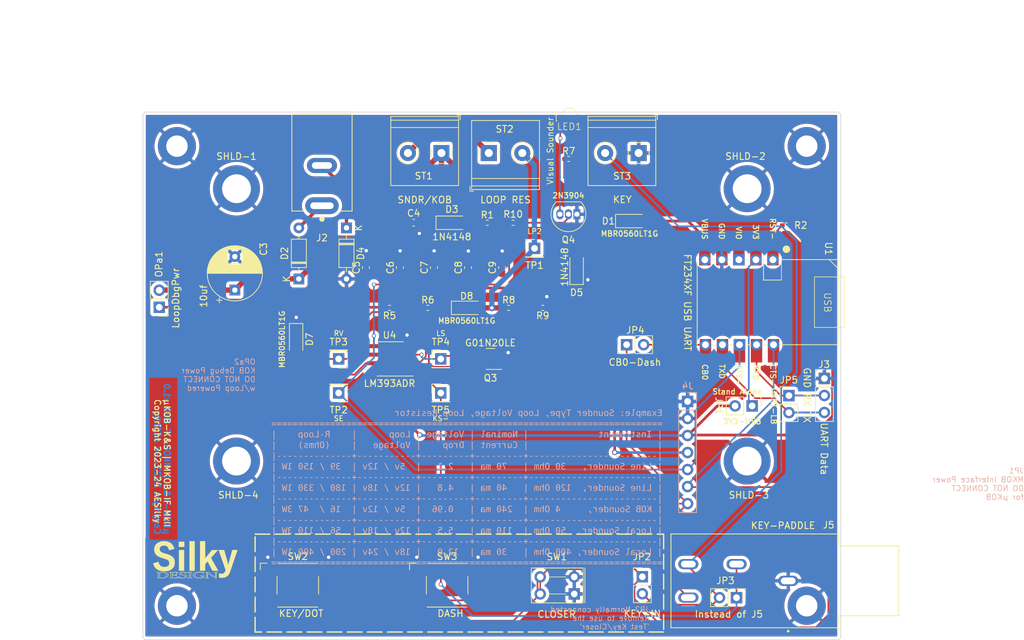
<source format=kicad_pcb>
(kicad_pcb (version 20221018) (generator pcbnew)
  (title_block (title "MuKOB-Key & Sounder Interface, MKOB4 USB Interface") (date "2024-01-12") (rev "1.0") (company "Silky Design AES") (comment 1 "Copyright AESilky 2023-24"))
  (layers (0 "F.Cu" mixed) (31 "B.Cu" mixed) (34 "B.Paste" user) (35 "F.Paste" user) (36 "B.SilkS" user "B.Silkscreen") (37 "F.SilkS" user "F.Silkscreen") (38 "B.Mask" user) (39 "F.Mask" user) (44 "Edge.Cuts" user))
  (net 0 "")
  (net 1 "GND")
  (net 2 "/LOOP_PWR")
  (net 3 "Net-(D3-A)")
  (net 4 "+5V")
  (net 5 "/LPI+")
  (net 6 "/LPI-")
  (net 7 "/LP2")
  (net 8 "/V3.3I")
  (net 9 "/OFFSET_REF_V")
  (net 10 "Net-(D8-K)")
  (net 11 "/LOOP_STATE")
  (net 12 "/RESET-")
  (net 13 "/LP1")
  (net 14 "/RXD")
  (net 15 "/TXD")
  (net 16 "+3.3V")
  (net 17 "/SNDR_EN")
  (net 18 "/KEY_PDL-")
  (net 19 "/PDL_DASH-")
  (net 20 "/KOB_KEY-")
  (net 21 "Net-(LED1-K)")
  (net 22 "Net-(LED1-A)")
  (net 24 "/SNDR_EN-")
  (net 25 "Net-(Q4-B)")
  (net 26 "/KEY_PDL_DOT-")
  (net 27 "/V5I")
  (net 28 "/CB0")
  (footprint "Diode_SMD:D_SOD-123" (layer "F.Cu") (at 79.0194 127.4328 -90)
    (fp_text reference "D7")
    (fp_text value "MBR0560LT1G")
  )
  (footprint "Capacitor_SMD:C_0603_1608Metric_Pad1.08x0.95mm_HandSolder" (layer "F.Cu") (at 99.5944 116.7253 90)
    (fp_text reference "C7")
    (fp_text value "0.1u")
  )
  (footprint "Connector_PinHeader_2.54mm:PinHeader_1x01_P2.54mm_Vertical" (layer "F.Cu") (at 100.6094 135.4328)
    (fp_text reference "TP5")
    (fp_text value "KS-")
  )
  (footprint "Connector_PinHeader_2.54mm:PinHeader_1x03_P2.54mm_Vertical" (layer "F.Cu") (at 157.857 133.268)
    (fp_text reference "J3")
    (fp_text value "UART Data")
  )
  (footprint "Capacitor_SMD:C_0603_1608Metric_Pad1.08x0.95mm_HandSolder" (layer "F.Cu") (at 89.4344 116.7253 90)
    (fp_text reference "C5")
    (fp_text value "0.1u")
  )
  (footprint "MountingHole:MountingHole_3.2mm_M3_ISO7380_Pad_TopBottom" (layer "F.Cu") (at 61.2394 167.1828)
    (fp_text reference "M_KSI4" hide)
    (fp_text value "MountingHole_Pad")
  )
  (footprint "Diode_SMD:D_SOD-123" (layer "F.Cu") (at 102.2594 110.0328)
    (fp_text reference "D3")
    (fp_text value "1N4148")
  )
  (footprint "Connector_PinHeader_2.54mm:PinHeader_1x02_P2.54mm_Vertical" (layer "F.Cu") (at 144.742 165.979 -90)
    (fp_text reference "JP3")
    (fp_text value "Key Jack NP" hide)
  )
  (footprint "Diode_SMD:D_SOD-123" (layer "F.Cu") (at 129.057 109.782)
    (fp_text reference "D1")
    (fp_text value "MBR0560LT1G")
  )
  (footprint "TerminalBlock_Philmore:TerminalBlock_Philmore_TB132_1x02_P5.00mm_Horizontal" (layer "F.Cu") (at 100.7094 99.6278 180)
    (fp_text reference "ST1")
    (fp_text value "SNDR/KOB")
  )
  (footprint "AES_Library:AES-CUI_SJ-63063B-audio-jack" (layer "F.Cu") (at 152.453 163.472 180)
    (fp_text reference "J5")
    (fp_text value "KEY-PADDLE")
  )
  (footprint "Resistor_SMD:R_0402_1005Metric_Pad0.72x0.64mm_HandSolder" (layer "F.Cu") (at 115.8244 122.7328 180)
    (fp_text reference "R9")
    (fp_text value "DNP")
  )
  (footprint "Capacitor_SMD:C_0603_1608Metric_Pad1.08x0.95mm_HandSolder" (layer "F.Cu") (at 96.5694 110.0328)
    (fp_text reference "C4")
    (fp_text value "0.1u")
  )
  (footprint "Diode_SMD:D_SOD-123" (layer "F.Cu") (at 104.5494 122.7328)
    (fp_text reference "D8")
    (fp_text value "MBR0560LT1G")
  )
  (footprint "AES_Library:AES-FTDI-UMFT234XF" (layer "F.Cu") (at 150.266 121.884 -90)
    (fp_text reference "U1")
    (fp_text value "FT234XF_USB_UART_Module" hide)
  )
  (footprint "Connector_PinHeader_2.54mm:PinHeader_1x01_P2.54mm_Vertical" (layer "F.Cu") (at 114.599 113.854)
    (fp_text reference "TP1")
    (fp_text value "LP2")
  )
  (footprint "AES_Library:AES-LED_SMD_SIDEVIEW_Harvatek" (layer "F.Cu") (at 119.7864 93.8888 90)
    (fp_text reference "LED1")
    (fp_text value "SNDR")
  )
  (footprint "Resistor_SMD:R_0402_1005Metric_Pad0.72x0.64mm_HandSolder" (layer "F.Cu") (at 152.17 110.434)
    (fp_text reference "R2")
    (fp_text value "20k")
  )
  (footprint "Connector_PinHeader_2.54mm:PinHeader_1x02_P2.54mm_Vertical" (layer "F.Cu") (at 58.593 122.644 180)
    (fp_text reference "OPa1")
    (fp_text value "LoopDbgPwr")
  )
  (footprint "Resistor_SMD:R_0402_1005Metric_Pad0.72x0.64mm_HandSolder" (layer "F.Cu") (at 107.5569 110.0328)
    (fp_text reference "R1")
    (fp_text value "3.3k")
  )
  (footprint "Connector_PinHeader_2.54mm:PinHeader_1x01_P2.54mm_Vertical" (layer "F.Cu") (at 85.3694 135.4328 180)
    (fp_text reference "TP2")
    (fp_text value "SE")
  )
  (footprint "Resistor_SMD:R_0402_1005Metric_Pad0.72x0.64mm_HandSolder" (layer "F.Cu") (at 111.4044 110.0328)
    (fp_text reference "R10")
    (fp_text value "1k")
  )
  (footprint "MountingHole:MountingHole_3.2mm_M3_ISO7380_Pad_TopBottom" (layer "F.Cu") (at 61.2394 98.6028)
    (fp_text reference "M_KSI1" hide)
    (fp_text value "MountingHole_Pad")
  )
  (footprint "Connector_PinHeader_2.54mm:PinHeader_1x01_P2.54mm_Vertical" (layer "F.Cu") (at 100.6094 130.3528)
    (fp_text reference "TP4")
    (fp_text value "LS")
  )
  (footprint "Resistor_SMD:R_0402_1005Metric_Pad0.72x0.64mm_HandSolder" (layer "F.Cu") (at 110.7444 122.7328)
    (fp_text reference "R8")
    (fp_text value "20k")
  )
  (footprint "TerminalBlock_Philmore:TerminalBlock_Philmore_TB132_1x02_P5.00mm_Horizontal" (layer "F.Cu") (at 130.138 99.6278 180)
    (fp_text reference "ST3")
    (fp_text value "KEY")
  )
  (footprint "Capacitor_THT:CP_Radial_D8.0mm_P5.00mm" (layer "F.Cu") (at 69.8754 120.080851 90)
    (fp_text reference "C3")
    (fp_text value "10uf")
  )
  (footprint "Diode_THT:D_DO-35_SOD27_P7.62mm_Horizontal" (layer "F.Cu") (at 86.5378 110.7948 -90)
    (fp_text reference "D4")
    (fp_text value "1N4148")
  )
  (footprint "AES_Library:SILKY-DESIGN-logo-0_50-AES" (layer "F.Cu") (at 64.0334 160.3248)
    (fp_text reference "G1" hide)
    (fp_text value "LOGO" hide)
  )
  (footprint "Resistor_SMD:R_0402_1005Metric_Pad0.72x0.64mm_HandSolder" (layer "F.Cu") (at 119.6969 100.5078)
    (fp_text reference "R7")
    (fp_text value "100")
  )
  (footprint "MountingHole:MountingHole_4.3mm_M4_ISO14580_Pad_TopBottom" (layer "F.Cu") (at 70.1294 104.9528)
    (fp_text reference "SHLD-1")
    (fp_text value "MountingHole_Pad" hide)
  )
  (footprint "MountingHole:MountingHole_4.3mm_M4_ISO14580_Pad_TopBottom" (layer "F.Cu") (at 146.3294 104.9528)
    (fp_text reference "SHLD-2")
    (fp_text value "MountingHole_Pad" hide)
  )
  (footprint "AES_Library:AES-SW-TGL-Micro-DPST-CIT" (layer "F.Cu") (at 120.5284 165.4248 -90)
    (fp_text reference "SW1")
    (fp_text value "CLOSER")
  )
  (footprint "Connector_PinHeader_2.54mm:PinHeader_1x02_P2.54mm_Vertical" (layer "F.Cu") (at 130.6884 162.8598)
    (fp_text reference "JP2")
    (fp_text value "KEY-IN")
  )
  (footprint "Connector_PinHeader_2.54mm:PinHeader_1x02_P2.54mm_Vertical" (layer "F.Cu") (at 147.069 137.366 -90)
    (fp_text reference "JP1")
    (fp_text value "3V3-USB")
  )
  (footprint "AES_Library:AES-CUI_PJ-037B" (layer "F.Cu") (at 82.8802 107.4891 90)
    (fp_text reference "J2")
    (fp_text value "LOOP PWR" hide)
  )
  (footprint "AES_Library:AES-SW_PUSH_SMD_1P1T_NO_6x6mm" (layer "F.Cu") (at 101.5534 164.1348)
    (fp_text reference "SW3")
    (fp_text value "DASH")
  )
  (footprint "MountingHole:MountingHole_3.2mm_M3_ISO7380_Pad_TopBottom" (layer "F.Cu") (at 155.2194 98.6028)
    (fp_text reference "M_KSI2" hide)
    (fp_text value "MountingHole_Pad")
  )
  (footprint "TerminalBlock_Philmore:TerminalBlock_Philmore_TB132_1x02_P5.00mm_Horizontal" (layer "F.Cu") (at 107.7744 99.6278)
    (fp_text reference "ST2")
    (fp_text value "LOOP RES")
  )
  (footprint "MountingHole:MountingHole_4.3mm_M4_ISO14580_Pad_TopBottom" (layer "F.Cu") (at 70.1294 145.5928)
    (fp_text reference "SHLD-4")
    (fp_text value "MountingHole_Pad" hide)
  )
  (footprint "Capacitor_SMD:C_0603_1608Metric_Pad1.08x0.95mm_HandSolder" (layer "F.Cu") (at 94.5144 116.7253 90)
    (fp_text reference "C6")
    (fp_text value "0.1u")
  )
  (footprint "Connector_PinHeader_2.54mm:PinHeader_1x01_P2.54mm_Vertical" (layer "F.Cu") (at 85.3694 130.3528 180)
    (fp_text reference "TP3")
    (fp_text value "RV")
  )
  (footprint "AES_Library:AES-SW_PUSH_SMD_1P1T_NO_6x6mm" (layer "F.Cu") (at 79.2734 164.1348)
    (fp_text reference "SW2")
    (fp_text value "KEY/DOT")
  )
  (footprint "Package_TO_SOT_SMD:SOT-23" (layer "F.Cu") (at 108.0269 130.3528 180)
    (fp_text reference "Q3")
    (fp_text value "G01N20LE")
  )
  (footprint "Resistor_SMD:R_0402_1005Metric_Pad0.72x0.64mm_HandSolder" (layer "F.Cu") (at 98.6794 122.7328)
    (fp_text reference "R6")
    (fp_text value "20k")
  )
  (footprint "Package_TO_SOT_THT:TO-92_Inline" (layer "F.Cu") (at 120.9294 108.7628 180)
    (fp_text reference "Q4")
    (fp_text value "2N3904")
  )
  (footprint "Diode_THT:D_DO-35_SOD27_P7.62mm_Horizontal" (layer "F.Cu") (at 79.4258 118.4148 90)
    (fp_text reference "D2")
    (fp_text value "1N4148")
  )
  (footprint "Resistor_SMD:R_0402_1005Metric_Pad0.72x0.64mm_HandSolder" (layer "F.Cu") (at 92.9644 122.7328 180)
    (fp_text reference "R5")
    (fp_text value "20k")
  )
  (footprint "MountingHole:MountingHole_3.2mm_M3_ISO7380_Pad_TopBottom" (layer "F.Cu") (at 155.2194 167.1828)
    (fp_text reference "M_KSI3" hide)
    (fp_text value "MountingHole_Pad")
  )
  (footprint "Connector_PinHeader_2.54mm:PinHeader_1x02_P2.54mm_Vertical" (layer "F.Cu") (at 152.564 135.827)
    (fp_text reference "JP5")
    (fp_text value "UART-LB")
  )
  (footprint "Capacitor_SMD:C_0603_1608Metric_Pad1.08x0.95mm_HandSolder" (layer "F.Cu") (at 104.6744 116.7253 90)
    (fp_text reference "C8")
    (fp_text value "0.1u")
  )
  (footprint "Connector_PinHeader_2.54mm:PinHeader_1x02_P2.54mm_Vertical" (layer "F.Cu") (at 128.341 128.229 90)
    (fp_text reference "JP4")
    (fp_text value "CB0-Dash")
  )
  (footprint "MountingHole:MountingHole_4.3mm_M4_ISO14580_Pad_TopBottom" (layer "F.Cu") (at 146.3294 145.5928)
    (fp_text reference "SHLD-3")
    (fp_text value "MountingHole_Pad" hide)
  )
  (footprint "Diode_SMD:D_SOD-123" (layer "F.Cu") (at 120.8786 116.8918 90)
    (fp_text reference "D5")
    (fp_text value "1N4148")
  )
  (footprint "Package_SO:SOIC-8_3.9x4.9mm_P1.27mm" (layer "F.Cu") (at 93.0544 130.3528 180)
    (fp_text reference "U4")
    (fp_text value "LM393ADR")
  )
  (footprint "Capacitor_SMD:C_0603_1608Metric_Pad1.08x0.95mm_HandSolder" (layer "F.Cu") (at 109.7544 116.7253 90)
    (fp_text reference "C9")
    (fp_text value "0.1u")
  )
  (footprint "Connector_PinHeader_2.54mm:PinHeader_1x07_P2.54mm_Vertical" (layer "B.Cu") (at 137.4394 136.7028 180)
    (fp_text reference "J4")
    (fp_text value "MuKOB IF")
  )
  (gr_rect (start 72.9034 156.4998) (end 133.8634 171.1048) (stroke (width 0.2) (type dash)) (fill none) (layer "F.SilkS"))
  (gr_line locked (start 56.1594 171.7548) (end 56.1594 94.0308) (stroke (width 0.1)) (layer "Edge.Cuts"))
  (gr_arc locked (start 56.6674 172.2628) (mid 56.30819 172.11401) (end 56.1594 171.7548) (stroke (width 0.1)) (layer "Edge.Cuts"))
  (gr_arc locked (start 159.7914 93.5228) (mid 160.15061 93.67159) (end 160.2994 94.0308) (stroke (width 0.1)) (layer "Edge.Cuts"))
  (gr_line locked (start 159.7914 172.2628) (end 56.6674 172.2628) (stroke (width 0.1)) (layer "Edge.Cuts"))
  (gr_arc locked (start 56.1594 94.0308) (mid 56.30819 93.67159) (end 56.6674 93.5228) (stroke (width 0.1)) (layer "Edge.Cuts"))
  (gr_line locked (start 160.2994 94.0308) (end 160.2994 171.7548) (stroke (width 0.1)) (layer "Edge.Cuts"))
  (gr_line locked (start 56.6674 93.5228) (end 159.7914 93.5228) (stroke (width 0.1)) (layer "Edge.Cuts"))
  (gr_arc locked (start 160.2994 171.7548) (mid 160.15061 172.11401) (end 159.7914 172.2628) (stroke (width 0.1)) (layer "Edge.Cuts"))
  (gr_text "μKOB-K&S | MKOB-IF MkII v1.0\nCopyright 2023-24 AESilky" (at 57.786 156.695 270) (layer "B.Cu") (effects (font (size 0.889 0.889) (thickness 0.22225) bold) (justify left bottom mirror)))
  (gr_text "Example: Sounder Type, Loop Voltage, Loop Resistor\n=========================================================================\n| Instrument             | Nominal | Voltage | Loop      |    R-Loop    |\n|                        | Current | Drop    | Voltage   |    (Ohms)    |\n|------------------------+---------+---------+-----------+--------------|\n| Line Sounder,   30 Ohm |   70 ma |   2.1   |  5v / 12v |  39 / 150 1W |\n|------------------------+---------+---------+-----------+--------------|\n| Line Sounder,  120 Ohm |   40 ma |   4.8   | 12v / 18v | 180 / 330 1W |\n|------------------------+---------+---------+-----------+--------------|\n| KOB Sounder,     4 Ohm |  240 ma |   0.96  |  5v / 12v |  16 /  47 3W |\n|------------------------+---------+---------+-----------+--------------|\n| Local Sounder,  50 Ohm |  110 ma |   5.5   | 12v / 18v |  56 / 110 3W |\n|------------------------+---------+---------+-----------+--------------|\n| Local Sounder, 400 Ohm |   30 ma |  12.0   | 18v / 24v | 200 / 400 1W |\n=========================================================================" (at 133.7056 161.3662) (layer "B.SilkS") (effects (font (size 0.95 0.95) (thickness 0.1)) (justify left bottom mirror)))
  (gr_text "OPa2\nKOB Debug Power\nDO NOT CONNECT\nw/Loop Powered" (at 73.025 135.1788) (layer "B.SilkS") (effects (font (size 0.8128 0.8128) (thickness 0.1016)) (justify left bottom mirror)))
  (gr_text "JP1\nMKOB Interface Power\nDO NOT CONNECT\nfor μKOB\n" (at 187.665 149.009) (layer "B.SilkS") (effects (font (size 0.8128 0.8128) (thickness 0.1016)) (justify left mirror)))
  (gr_text "JP2 Normally connected.\nRemove to use the\n'Test Key/Closer'" (at 131.826 170.7896) (layer "B.SilkS") (effects (font (size 0.8 0.8) (thickness 0.1)) (justify left bottom mirror)))
  (gr_text "μKOB-K&S | MKOB-IF MkII\nCopyright 2023-24 AESilky" (at 57.809 136.283 270) (layer "F.SilkS") (effects (font (size 0.889 0.889)) (justify left bottom)))
  (gr_text "Visual Sounder" (at 117.472 99.309 90) (layer "F.SilkS") (effects (font (size 0.889 0.889) (thickness 0.127) bold) (justify bottom)))
  (segment (start 97.4344 111.6076) (end 97.409 111.633) (width 0.4) (layer "F.Cu") (net 1))
  (segment (start 116.4082 121.0818) (end 116.4336 121.0564) (width 0.4) (layer "F.Cu") (net 1))
  (segment (start 94.5134 114.2492) (end 94.5388 114.2238) (width 0.4) (layer "F.Cu") (net 1))
  (segment (start 95.5548 126.8202) (end 95.5802 126.7948) (width 0.4) (layer "F.Cu") (net 1))
  (segment (start 89.4588 115.826) (end 89.4588 114.2238) (width 0.4) (layer "F.Cu") (net 1))
  (segment (start 99.5934 114.2492) (end 99.6188 114.2238) (width 0.4) (layer "F.Cu") (net 1))
  (segment (start 109.0402 129.3876) (end 110.6424 129.3876) (width 0.4) (layer "F.Cu") (net 1))
  (segment (start 89.4588 114.2238) (end 89.4842 114.1984) (width 0.4) (layer "F.Cu") (net 1))
  (segment (start 94.5134 115.8514) (end 94.5134 114.2492) (width 0.4) (layer "F.Cu") (net 1))
  (segment (start 97.0026 161.344) (end 97.0026 159.7418) (width 0.4) (layer "F.Cu") (net 1))
  (segment (start 99.5934 115.8514) (end 99.5934 114.2492) (width 0.4) (layer "F.Cu") (net 1))
  (segment (start 116.4082 122.684) (end 116.4082 121.0818) (width 0.4) (layer "F.Cu") (net 1))
  (segment (start 79.0194 124.1806) (end 79.0448 124.1552) (width 0.4) (layer "F.Cu") (net 1))
  (segment (start 83.8454 161.344) (end 83.8454 159.7418) (width 0.4) (layer "F.Cu") (net 1))
  (segment (start 109.7534 114.2746) (end 109.7788 114.2492) (width 0.4) (layer "F.Cu") (net 1))
  (segment (start 104.6988 115.8768) (end 104.6988 114.2746) (width 0.4) (layer "F.Cu") (net 1))
  (segment (start 106.1466 159.7672) (end 106.172 159.7418) (width 0.4) (layer "F.Cu") (net 1))
  (segment (start 83.8454 159.7672) (end 83.8708 159.7418) (width 0.4) (layer "F.Cu") (net 1))
  (segment (start 122.5296 118.5164) (end 122.555 118.5418) (width 0.4) (layer "F.Cu") (net 1))
  (segment (start 110.6424 129.3876) (end 110.6678 129.413) (width 0.4) (layer "F.Cu") (net 1))
  (segment (start 79.0194 125.7828) (end 79.0194 124.1806) (width 0.4) (layer "F.Cu") (net 1))
  (segment (start 106.1466 161.344) (end 106.1466 159.7418) (width 0.4) (layer "F.Cu") (net 1))
  (segment (start 95.5548 128.4224) (end 95.5548 126.8202) (width 0.4) (layer "F.Cu") (net 1))
  (segment (start 97.0026 159.7672) (end 97.028 159.7418) (width 0.4) (layer "F.Cu") (net 1))
  (segment (start 74.7776 161.344) (end 74.7776 159.7418) (width 0.4) (layer "F.Cu") (net 1))
  (segment (start 74.7776 159.7672) (end 74.803 159.7418) (width 0.4) (layer "F.Cu") (net 1))
  (segment (start 120.9274 118.5164) (end 122.5296 118.5164) (width 0.4) (layer "F.Cu") (net 1))
  (segment (start 104.6988 114.2746) (end 104.7242 114.2492) (width 0.4) (layer "F.Cu") (net 1))
  (segment (start 97.4344 110.0054) (end 97.4344 111.6076) (width 0.4) (layer "F.Cu") (net 1))
  (segment (start 109.7534 115.8768) (end 109.7534 114.2746) (width 0.4) (layer "F.Cu") (net 1))
  (via (at 104.7242 114.2492) (size 0.8) (drill 0.5) (layers "F.Cu" "B.Cu") (net 1))
  (via (at 110.6678 129.413) (size 0.8) (drill 0.5) (layers "F.Cu" "B.Cu") (net 1))
  (via (at 95.5802 126.7948) (size 0.8) (drill 0.5) (layers "F.Cu" "B.Cu") (net 1))
  (via (at 99.6188 114.2238) (size 0.8) (drill 0.5) (layers "F.Cu" "B.Cu") (net 1))
  (via (at 74.803 159.9418) (size 0.8) (drill 0.5) (layers "F.Cu" "B.Cu") (net 1))
  (via (at 83.8708 159.9418) (size 0.8) (drill 0.5) (layers "F.Cu" "B.Cu") (net 1))
  (via (at 94.5388 114.2238) (size 0.8) (drill 0.5) (layers "F.Cu" "B.Cu") (net 1))
  (via (at 79.0448 124.1552) (size 0.8) (drill 0.5) (layers "F.Cu" "B.Cu") (net 1))
  (via (at 97.409 111.633) (size 0.8) (drill 0.5) (layers "F.Cu" "B.Cu") (net 1))
  (via (at 122.555 118.5418) (size 0.8) (drill 0.5) (layers "F.Cu" "B.Cu") (net 1))
  (via (at 106.172 159.9418) (size 0.8) (drill 0.5) (layers "F.Cu" "B.Cu") (net 1))
  (via (at 109.7788 114.2492) (size 0.8) (drill 0.5) (layers "F.Cu" "B.Cu") (net 1))
  (via (at 97.028 159.9418) (size 0.8) (drill 0.5) (layers "F.Cu" "B.Cu") (net 1))
  (via (at 89.4842 114.1984) (size 0.8) (drill 0.5) (layers "F.Cu" "B.Cu") (net 1))
  (via (at 116.4336 121.0564) (size 0.8) (drill 0.5) (layers "F.Cu" "B.Cu") (net 1))
  (segment (start 95.7069 104.6303) (end 100.7094 99.6278) (width 0.8) (layer "F.Cu") (net 2))
  (segment (start 106.9594 110.0328) (end 106.9594 105.8926) (width 0.8) (layer "F.Cu") (net 2))
  (segment (start 71.541451 118.4148) (end 69.8754 120.080851) (width 0.8) (layer "F.Cu") (net 2))
  (segment (start 93.3949 112.3448) (end 95.7069 110.0328) (width 0.8) (layer "F.Cu") (net 2))
  (segment (start 100.7094 99.6278) (end 100.7094 109.9328) (width 0.8) (layer "F.Cu") (net 2))
  (segment (start 95.7069 110.0328) (end 95.7069 104.6303) (width 0.8) (layer "F.Cu") (net 2))
  (segment (start 69.8754 120.080851) (end 58.616149 120.080851) (width 0.8) (layer "F.Cu") (net 2))
  (segment (start 100.7094 109.9328) (end 100.6094 110.0328) (width 0.8) (layer "F.Cu") (net 2))
  (segment (start 106.9594 105.8926) (end 100.7094 99.6426) (width 0.8) (layer "F.Cu") (net 2))
  (segment (start 79.4258 118.4148) (end 85.4958 112.3448) (width 0.8) (layer "F.Cu") (net 2))
  (segment (start 85.4958 112.3448) (end 93.3949 112.3448) (width 0.8) (layer "F.Cu") (net 2))
  (segment (start 79.4258 118.4148) (end 71.541451 118.4148) (width 0.8) (layer "F.Cu") (net 2))
  (segment (start 105.5244 116.7378) (end 104.6744 117.5878) (width 0.25) (layer "F.Cu") (net 3))
  (segment (start 94.5144 117.5878) (end 99.5944 117.5878) (width 0.25) (layer "F.Cu") (net 3))
  (segment (start 99.5944 117.5878) (end 104.6744 117.5878) (width 0.25) (layer "F.Cu") (net 3))
  (segment (start 108.1544 110.1078) (end 105.5244 112.7378) (width 0.25) (layer "F.Cu") (net 3))
  (segment (start 103.9094 110.0328) (end 103.9094 111.0468) (width 0.25) (layer "F.Cu") (net 3))
  (segment (start 89.4344 117.5878) (end 94.5144 117.5878) (width 0.25) (layer "F.Cu") (net 3))
  (segment (start 105.5244 112.6618) (end 105.5244 116.7378) (width 0.25) (layer "F.Cu") (net 3))
  (segment (start 104.6744 117.5878) (end 109.7544 117.5878) (width 0.25) (layer "F.Cu") (net 3))
  (segment (start 103.9094 111.0468) (end 105.5244 112.6618) (width 0.25) (layer "F.Cu") (net 3))
  (segment (start 127.407 109.782) (end 125.594 109.782) (width 0.4) (layer "F.Cu") (net 4))
  (segment (start 58.593 122.644) (end 92.2781 122.644) (width 0.4) (layer "F.Cu") (net 4))
  (segment (start 122.858 109.782) (end 127.407 109.782) (width 0.4) (layer "F.Cu") (net 4))
  (segment (start 119.0994 103.2874) (end 119.0994 100.5078) (width 0.4) (layer "F.Cu") (net 4))
  (segment (start 112.882 119.758) (end 122.858 109.782) (width 0.4) (layer "F.Cu") (net 4))
  (segment (start 126.559 144.311) (end 126.559 110.63) (width 0.4) (layer "F.Cu") (net 4))
  (segment (start 92.3669 122.70763) (end 93.11173 121.9628) (width 0.4) (layer "F.Cu") (net 4))
  (segment (start 125.594 109.782) (end 119.0994 103.2874) (width 0.4) (layer "F.Cu") (net 4))
  (segment (start 97.3119 121.9628) (end 98.0819 122.7328) (width 0.4) (layer "F.Cu") (net 4))
  (segment (start 98.0819 122.7328) (end 101.0567 119.758) (width 0.4) (layer "F.Cu") (net 4))
  (segment (start 101.0567 119.758) (end 112.882 119.758) (width 0.4) (layer "F.Cu") (net 4))
  (segment (start 126.559 110.63) (end 127.407 109.782) (width 0.4) (layer "F.Cu") (net 4))
  (segment (start 93.11173 121.9628) (end 97.3119 121.9628) (width 0.4) (layer "F.Cu") (net 4))
  (via (at 126.559 144.311) (size 0.8) (drill 0.5) (layers "F.Cu" "B.Cu") (net 4))
  (segment (start 126.5708 144.3228) (end 126.559 144.311) (width 0.4) (layer "B.Cu") (net 4))
  (segment (start 137.4394 144.3228) (end 126.5708 144.3228) (width 0.4) (layer "B.Cu") (net 4))
  (segment (start 82.7315 107.4891) (end 79.4258 110.7948) (width 0.5) (layer "F.Cu") (net 5))
  (segment (start 86.5378 105.1467) (end 86.5378 110.7948) (width 0.5) (layer "F.Cu") (net 6))
  (segment (start 82.8802 101.4891) (end 86.5378 105.1467) (width 0.5) (layer "F.Cu") (net 6))
  (segment (start 110.1469 122.7328) (end 106.1994 122.7328) (width 0.8) (layer "F.Cu") (net 7))
  (via (at 108.2294 122.7328) (size 1) (drill 0.5) (layers "F.Cu" "B.Cu") (net 7))
  (segment (start 108.2294 120.2576) (end 114.5794 113.9076) (width 0.8) (layer "B.Cu") (net 7))
  (segment (start 114.5794 101.4328) (end 112.7744 99.6278) (width 0.8) (layer "B.Cu") (net 7))
  (segment (start 108.2294 122.7328) (end 108.2294 120.2576) (width 0.8) (layer "B.Cu") (net 7))
  (segment (start 114.5794 113.9076) (end 114.5794 101.4328) (width 0.8) (layer "B.Cu") (net 7))
  (segment (start 146.571 136.868) (end 146.571 116.619) (width 0.25) (layer "B.Cu") (net 8))
  (segment (start 146.571 116.619) (end 147.636 115.554) (width 0.25) (layer "B.Cu") (net 8))
  (segment (start 88.646 130.3528) (end 89.281 129.7178) (width 0.25) (layer "F.Cu") (net 9))
  (segment (start 79.0194 129.0828) (end 80.2894 130.3528) (width 0.25) (layer "F.Cu") (net 9))
  (segment (start 80.2894 130.3528) (end 85.3694 130.3528) (width 0.25) (layer "F.Cu") (net 9))
  (segment (start 97.3836 130.9878) (end 98.3742 129.9972) (width 0.25) (layer "F.Cu") (net 9))
  (segment (start 98.3742 123.6355) (end 99.2769 122.7328) (width 0.25) (layer "F.Cu") (net 9))
  (segment (start 98.3742 129.9972) (end 98.3742 123.6355) (width 0.25) (layer "F.Cu") (net 9))
  (segment (start 93.5228 130.9878) (end 95.5294 130.9878) (width 0.25) (layer "F.Cu") (net 9))
  (segment (start 90.5794 129.7178) (end 92.2528 129.7178) (width 0.25) (layer "F.Cu") (net 9))
  (segment (start 92.2528 129.7178) (end 93.5228 130.9878) (width 0.25) (layer "F.Cu") (net 9))
  (segment (start 89.281 129.7178) (end 90.5794 129.7178) (width 0.25) (layer "F.Cu") (net 9))
  (segment (start 95.5294 130.9878) (end 97.3836 130.9878) (width 0.25) (layer "F.Cu") (net 9))
  (segment (start 85.3694 130.3528) (end 88.646 130.3528) (width 0.25) (layer "F.Cu") (net 9))
  (segment (start 105.9144 131.5278) (end 99.4476 131.5278) (width 0.25) (layer "F.Cu") (net 10))
  (segment (start 98.8314 126.8008) (end 102.8994 122.7328) (width 0.25) (layer "F.Cu") (net 10))
  (segment (start 98.8314 130.9116) (end 98.8314 126.8008) (width 0.25) (layer "F.Cu") (net 10))
  (segment (start 107.0894 130.3528) (end 105.9144 131.5278) (width 0.25) (layer "F.Cu") (net 10))
  (segment (start 99.4476 131.5278) (end 98.8314 130.9116) (width 0.25) (layer "F.Cu") (net 10))
  (segment (start 101.058901 129.903299) (end 104.284701 129.903299) (width 0.25) (layer "F.Cu") (net 11))
  (segment (start 115.2269 120.790272) (end 120.775372 115.2418) (width 0.25) (layer "F.Cu") (net 11))
  (segment (start 104.284701 129.903299) (end 111.3419 122.8461) (width 0.25) (layer "F.Cu") (net 11))
  (segment (start 111.3419 122.7328) (end 115.2269 122.7328) (width 0.25) (layer "F.Cu") (net 11))
  (segment (start 95.5294 129.7178) (end 97.7392 129.7178) (width 0.25) (layer "F.Cu") (net 11))
  (segment (start 115.2269 122.7328) (end 115.2269 120.790272) (width 0.25) (layer "F.Cu") (net 11))
  (via (at 97.7392 129.7178) (size 0.6) (drill 0.4) (layers "F.Cu" "B.Cu") (net 11))
  (segment (start 97.7392 129.7178) (end 97.7392 130.048) (width 0.25) (layer "B.Cu") (net 11))
  (segment (start 97.7392 130.048) (end 98.044 130.3528) (width 0.25) (layer "B.Cu") (net 11))
  (segment (start 98.044 130.3528) (end 100.6094 130.3528) (width 0.25) (layer "B.Cu") (net 11))
  (segment (start 150.176 115.554) (end 150.176 111.8305) (width 0.25) (layer "F.Cu") (net 12))
  (segment (start 150.176 111.8305) (end 151.5725 110.434) (width 0.25) (layer "F.Cu") (net 12))
  (segment (start 104.5316 96.385) (end 107.7744 99.6278) (width 0.8) (layer "F.Cu") (net 13))
  (segment (start 95.7094 99.6278) (end 98.9522 96.385) (width 0.8) (layer "F.Cu") (net 13))
  (segment (start 98.9522 96.385) (end 104.5316 96.385) (width 0.8) (layer "F.Cu") (net 13))
  (segment (start 151.348 135.827) (end 147.726 132.205) (width 0.25) (layer "F.Cu") (net 14))
  (segment (start 147.726 132.205) (end 147.726 128.234) (width 0.25) (layer "F.Cu") (net 14))
  (segment (start 157.857 135.808) (end 152.583 135.808) (width 0.25) (layer "F.Cu") (net 14))
  (segment (start 152.564 135.827) (end 151.348 135.827) (width 0.25) (layer "F.Cu") (net 14))
  (segment (start 157.857 135.808) (end 152.583 135.808) (width 0.25) (layer "B.Cu") (net 14))
  (segment (start 157.857 138.348) (end 152.583 138.348) (width 0.25) (layer "F.Cu") (net 15))
  (segment (start 152.564 138.367) (end 150.408 136.211) (width 0.25) (layer "F.Cu") (net 15))
  (segment (start 142.646 131.329) (end 142.646 128.234) (width 0.25) (layer "F.Cu") (net 15))
  (segment (start 147.528 136.211) (end 142.646 131.329) (width 0.25) (layer "F.Cu") (net 15))
  (segment (start 150.408 136.211) (end 147.528 136.211) (width 0.25) (layer "F.Cu") (net 15))
  (segment (start 157.857 138.348) (end 152.583 138.348) (width 0.25) (layer "B.Cu") (net 15))
  (segment (start 90.5794 134.8124) (end 97.48 141.713) (width 0.4) (layer "F.Cu") (net 16))
  (segment (start 159.087 116.7535) (end 159.087 138.857483) (width 0.4) (layer "F.Cu") (net 16))
  (segment (start 144.529 137.366) (end 141.877 137.366) (width 0.4) (layer "F.Cu") (net 16))
  (segment (start 159.087 138.857483) (end 156.231683 141.7128) (width 0.4) (layer "F.Cu") (net 16))
  (segment (start 156.231683 141.7128) (end 137.5094 141.7128) (width 0.4) (layer "F.Cu") (net 16))
  (segment (start 152.7675 110.434) (end 159.087 116.7535) (width 0.4) (layer "F.Cu") (net 16))
  (segment (start 90.5794 132.2578) (end 90.5794 134.8124) (width 0.4) (layer "F.Cu") (net 16))
  (segment (start 141.877 137.366) (end 137.4602 141.7828) (width 0.4) (layer "F.Cu") (net 16))
  (via (at 97.48 141.713) (size 0.8) (drill 0.5) (layers "F.Cu" "B.Cu") (net 16))
  (segment (start 97.48 141.713) (end 97.5498 141.7828) (width 0.4) (layer "B.Cu") (net 16))
  (segment (start 97.5498 141.7828) (end 137.4394 141.7828) (width 0.4) (layer "B.Cu") (net 16))
  (segment (start 90.6272 126.8984) (end 90.6272 128.4) (width 0.25) (layer "F.Cu") (net 17))
  (segment (start 110.8069 117.868295) (end 109.422195 119.253) (width 0.25) (layer "F.Cu") (net 17))
  (segment (start 110.8069 110.0328) (end 110.8069 117.868295) (width 0.25) (layer "F.Cu") (net 17))
  (segment (start 109.422195 119.253) (end 90.6272 119.253) (width 0.25) (layer "F.Cu") (net 17))
  (via (at 90.6272 119.253) (size 0.6) (drill 0.4) (layers "F.Cu" "B.Cu") (net 17))
  (via (at 90.6272 126.8984) (size 0.6) (drill 0.4) (layers "F.Cu" "B.Cu") (net 17))
  (segment (start 137.4394 146.8628) (end 96.7994 146.8628) (width 0.25) (layer "B.Cu") (net 17))
  (segment (start 90.6272 119.253) (end 90.6272 126.8984) (width 0.25) (layer "B.Cu") (net 17))
  (segment (start 137.4394 146.8628) (end 138.5944 145.7078) (width 0.25) (layer "B.Cu") (net 17))
  (segment (start 90.6272 130.175) (end 90.6272 126.8984) (width 0.25) (layer "B.Cu") (net 17))
  (segment (start 85.3694 135.4328) (end 90.6272 130.175) (width 0.25) (layer "B.Cu") (net 17))
  (segment (start 96.7994 146.8628) (end 85.3694 135.4328) (width 0.25) (layer "B.Cu") (net 17))
  (segment (start 138.5944 138.0446) (end 145.186 131.453) (width 0.25) (layer "B.Cu") (net 17))
  (segment (start 138.5944 145.7078) (end 138.5944 138.0446) (width 0.25) (layer "B.Cu") (net 17))
  (segment (start 145.186 131.453) (end 145.186 128.234) (width 0.25) (layer "B.Cu") (net 17))
  (segment (start 141.15 167.031) (end 142.202 165.979) (width 0.25) (layer "F.Cu") (net 18))
  (segment (start 142.202 165.979) (end 137.553 161.33) (width 0.25) (layer "F.Cu") (net 18))
  (segment (start 132.3196 167.031) (end 141.15 167.031) (width 0.25) (layer "F.Cu") (net 18))
  (segment (start 130.6884 165.3998) (end 132.3196 167.031) (width 0.25) (layer "F.Cu") (net 18))
  (segment (start 136.077908 110.567708) (end 125.138 99.6278) (width 0.25) (layer "B.Cu") (net 18))
  (segment (start 153.721499 112.836499) (end 151.452708 110.567708) (width 0.25) (layer "B.Cu") (net 18))
  (segment (start 151.409 147.116) (end 151.409 134.672) (width 0.25) (layer "B.Cu") (net 18))
  (segment (start 153.721499 132.359501) (end 153.721499 112.836499) (width 0.25) (layer "B.Cu") (net 18))
  (segment (start 151.452708 110.567708) (end 136.077908 110.567708) (width 0.25) (layer "B.Cu") (net 18))
  (segment (start 137.553 160.972) (end 151.409 147.116) (width 0.25) (layer "B.Cu") (net 18))
  (segment (start 151.409 134.672) (end 153.721499 132.359501) (width 0.25) (layer "B.Cu") (net 18))
  (segment (start 120.6314 151.9428) (end 137.4394 151.9428) (width 0.25) (layer "F.Cu") (net 19))
  (segment (start 106.1534 166.4208) (end 120.6314 151.9428) (width 0.25) (layer "F.Cu") (net 19))
  (segment (start 97.0534 166.3848) (end 106.1174 166.3848) (width 0.25) (layer "F.Cu") (net 19))
  (segment (start 128.341 142.85) (end 137.4338 151.9428) (width 0.25) (layer "F.Cu") (net 19))
  (segment (start 134.514 154.8682) (end 137.4394 151.9428) (width 0.25) (layer "F.Cu") (net 19))
  (segment (start 137.553 165.972) (end 134.514 162.933) (width 0.25) (layer "F.Cu") (net 19))
  (segment (start 128.341 128.229) (end 128.341 142.85) (width 0.25) (layer "F.Cu") (net 19))
  (segment (start 134.514 162.933) (end 134.514 154.8682) (width 0.25) (layer "F.Cu") (net 19))
  (segment (start 97.4598 132.2832) (end 97.4598 132.2578) (width 0.25) (layer "F.Cu") (net 20))
  (segment (start 97.4598 132.2578) (end 95.5294 132.2578) (width 0.25) (layer "F.Cu") (net 20))
  (segment (start 144.742 165.979) (end 144.742 160.983) (width 0.25) (layer "F.Cu") (net 20))
  (segment (start 100.6094 135.4328) (end 97.4598 132.2832) (width 0.25) (layer "F.Cu") (net 20))
  (segment (start 100.6094 135.4328) (end 100.6094 163.9906) (width 0.25) (layer "F.Cu") (net 20))
  (segment (start 100.6094 163.9906) (end 100.609 163.991) (width 0.25) (layer "F.Cu") (net 20))
  (via (at 100.609 163.991) (size 0.6) (drill 0.4) (layers "F.Cu" "B.Cu") (net 20))
  (segment (start 144.742 167.39) (end 144.742 165.979) (width 0.25) (layer "B.Cu") (net 20))
  (segment (start 100.609 163.991) (end 105.33 168.712) (width 0.25) (layer "B.Cu") (net 20))
  (segment (start 105.33 168.712) (end 143.42 168.712) (width 0.25) (layer "B.Cu") (net 20))
  (segment (start 143.42 168.712) (end 144.742 167.39) (width 0.25) (layer "B.Cu") (net 20))
  (segment (start 118.4364 94.3888) (end 118.4364 97.4052) (width 0.25) (layer "F.Cu") (net 21))
  (segment (start 118.4364 97.4052) (end 118.4656 97.4344) (width 0.25) (layer "F.Cu") (net 21))
  (via (at 118.4656 97.4344) (size 0.6) (drill 0.4) (layers "F.Cu" "B.Cu") (net 21))
  (segment (start 118.3894 97.5106) (end 118.3894 108.7628) (width 0.25) (layer "B.Cu") (net 21))
  (segment (start 118.4656 97.4344) (end 118.3894 97.5106) (width 0.25) (layer "B.Cu") (net 21))
  (segment (start 120.2944 100.5078) (end 121.1364 99.6658) (width 0.25) (layer "F.Cu") (net 22))
  (segment (start 121.1364 99.6658) (end 121.1364 94.3888) (width 0.25) (layer "F.Cu") (net 22))
  (segment (start 76.351 126.652) (end 75.411 127.592) (width 0.25) (layer "F.Cu") (net 24))
  (segment (start 91.026862 130.9878) (end 91.671862 131.6328) (width 0.25) (layer "F.Cu") (net 24))
  (segment (start 98.90371 131.6328) (end 99.248211 131.977301) (width 0.25) (layer "F.Cu") (net 24))
  (segment (start 99.248211 131.977301) (end 108.289899 131.977301) (width 0.25) (layer "F.Cu") (net 24))
  (segment (start 108.289899 131.977301) (end 108.9644 131.3028) (width 0.25) (layer "F.Cu") (net 24))
  (segment (start 87.096 126.652) (end 76.351 126.652) (width 0.25) (layer "F.Cu") (net 24))
  (segment (start 89.4132 130.9878) (end 90.5794 130.9878) (width 0.25) (layer "F.Cu") (net 24))
  (segment (start 76.326 132.696) (end 87.705 132.696) (width 0.25) (layer "F.Cu") (net 24))
  (segment (start 75.411 131.781) (end 76.326 132.696) (width 0.25) (layer "F.Cu") (net 24))
  (segment (start 92.9369 123.3578) (end 90.3902 123.3578) (width 0.25) (layer "F.Cu") (net 24))
  (segment (start 90.3902 123.3578) (end 87.096 126.652) (width 0.25) (layer "F.Cu") (net 24))
  (segment (start 75.411 127.592) (end 75.411 131.781) (width 0.25) (layer "F.Cu") (net 24))
  (segment (start 87.705 132.696) (end 89.4132 130.9878) (width 0.25) (layer "F.Cu") (net 24))
  (segment (start 93.5619 122.7328) (end 92.9369 123.3578) (width 0.25) (layer "F.Cu") (net 24))
  (segment (start 91.671862 131.6328) (end 98.90371 131.6328) (width 0.25) (layer "F.Cu") (net 24))
  (segment (start 112.0019 110.0328) (end 118.9394 110.0328) (width 0.25) (layer "F.Cu") (net 25))
  (segment (start 118.9394 110.0328) (end 119.6594 109.3128) (width 0.25) (layer "F.Cu") (net 25))
  (segment (start 86.8676 169.415) (end 111.4582 169.415) (width 0.25) (layer "F.Cu") (net 26))
  (segment (start 150.3172 149.479) (end 137.5156 149.479) (width 0.25) (layer "F.Cu") (net 26))
  (segment (start 158.4452 168.517839) (end 158.4452 157.607) (width 0.25) (layer "F.Cu") (net 26))
  (segment (start 129.5584 161.7298) (end 130.6884 162.8598) (width 0.25) (layer "F.Cu") (net 26))
  (segment (start 129.5134 164.0348) (end 129.5134 166.1656) (width 0.25) (layer "F.Cu") (net 26))
  (segment (start 158.4452 157.607) (end 150.3172 149.479) (width 0.25) (layer "F.Cu") (net 26))
  (segment (start 111.4582 169.415) (end 115.4484 165.4248) (width 0.25) (layer "F.Cu") (net 26))
  (segment (start 115.4484 162.8848) (end 116.6034 161.7298) (width 0.25) (layer "F.Cu") (net 26))
  (segment (start 115.0434 165.0198) (end 115.0434 163.2898) (width 0.25) (layer "F.Cu") (net 26))
  (segment (start 156.555239 170.4078) (end 158.4452 168.517839) (width 0.25) (layer "F.Cu") (net 26))
  (segment (start 133.7556 170.4078) (end 156.555239 170.4078) (width 0.25) (layer "F.Cu") (net 26))
  (segment (start 129.5134 166.1656) (end 133.7556 170.4078) (width 0.25) (layer "F.Cu") (net 26))
  (segment (start 116.6034 161.7298) (end 129.5584 161.7298) (width 0.25) (layer "F.Cu") (net 26))
  (segment (start 74.7734 166.3848) (end 83.8374 166.3848) (width 0.25) (layer "F.Cu") (net 26))
  (segment (start 130.6884 162.8598) (end 129.5134 164.0348) (width 0.25) (layer "F.Cu") (net 26))
  (segment (start 83.8734 166.4208) (end 86.8676 169.415) (width 0.25) (layer "F.Cu") (net 26))
  (segment (start 144.7512 141.7878) (end 137.4394 149.0996) (width 0.25) (layer "B.Cu") (net 26))
  (segment (start 150.266 128.234) (end 150.266 136.479) (width 0.25) (layer "B.Cu") (net 26))
  (segment (start 137.4394 149.0996) (end 137.4394 149.4028) (width 0.25) (layer "B.Cu") (net 26))
  (segment (start 150.266 136.479) (end 144.9572 141.7878) (width 0.25) (layer "B.Cu") (net 26))
  (segment (start 144.9572 141.7878) (end 144.7512 141.7878) (width 0.25) (layer "B.Cu") (net 26))
  (segment (start 137.51 109.782) (end 140.016 112.288) (width 0.4) (layer "F.Cu") (net 27))
  (segment (start 140.016 112.288) (end 140.016 115.554) (width 0.4) (layer "F.Cu") (net 27))
  (segment (start 130.707 109.782) (end 137.51 109.782) (width 0.4) (layer "F.Cu") (net 27))
  (segment (start 140.106 128.234) (end 130.886 128.234) (width 0.25) (layer "F.Cu") (net 28))
  (zone (net 1) (net_name "GND") (layer "F.Cu") (name "GND-PLANE-1") (connect_pads (clearance 0.5)) (min_thickness 0.25) (fill yes (thermal_gap 0.5) (thermal_bridge_width 0.5) (smoothing chamfer) (radius 0.0254))
    (polygon (pts (xy 159.753942 93.944321) (xy 56.604542 93.944321) (xy 56.604542 115.127921) (xy 56.604542 157.0482) (xy 56.528342 157.0482) (xy 56.528342 171.769921) (xy 159.753942 171.769921)))
  )
  (zone (net 1) (net_name "GND") (layer "B.Cu") (name "GND-PLANE-2") (connect_pads (clearance 0.5)) (min_thickness 0.25) (fill yes (thermal_gap 0.5) (thermal_bridge_width 0.5) (smoothing chamfer) (radius 0.0254))
    (polygon (pts (xy 159.753942 93.944321) (xy 56.604542 93.944321) (xy 56.604542 115.127921) (xy 56.585142 115.127921) (xy 56.585142 157.0482) (xy 56.528342 157.0482) (xy 56.528342 171.769921) (xy 159.753942 171.769921)))
  )
)
</source>
